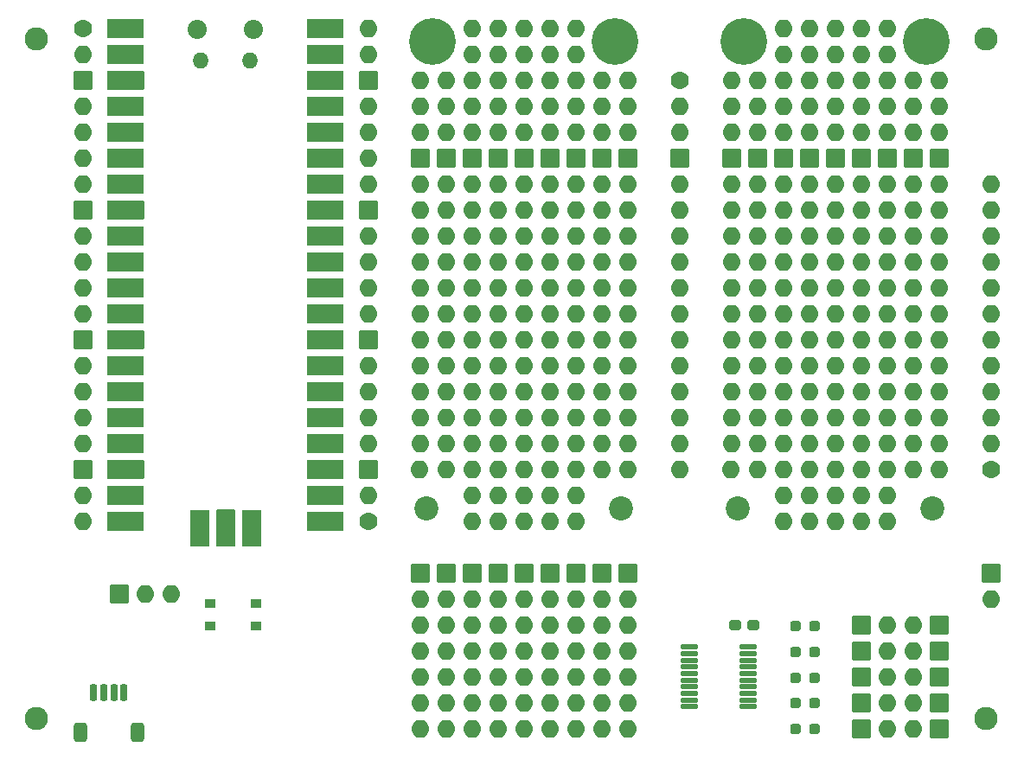
<source format=gts>
G04 #@! TF.GenerationSoftware,KiCad,Pcbnew,7.0.1*
G04 #@! TF.CreationDate,2023-09-08T10:55:18-05:00*
G04 #@! TF.ProjectId,ProtoPropDuo,50726f74-6f50-4726-9f70-44756f2e6b69,B*
G04 #@! TF.SameCoordinates,Original*
G04 #@! TF.FileFunction,Soldermask,Top*
G04 #@! TF.FilePolarity,Negative*
%FSLAX46Y46*%
G04 Gerber Fmt 4.6, Leading zero omitted, Abs format (unit mm)*
G04 Created by KiCad (PCBNEW 7.0.1) date 2023-09-08 10:55:18*
%MOMM*%
%LPD*%
G01*
G04 APERTURE LIST*
G04 Aperture macros list*
%AMRoundRect*
0 Rectangle with rounded corners*
0 $1 Rounding radius*
0 $2 $3 $4 $5 $6 $7 $8 $9 X,Y pos of 4 corners*
0 Add a 4 corners polygon primitive as box body*
4,1,4,$2,$3,$4,$5,$6,$7,$8,$9,$2,$3,0*
0 Add four circle primitives for the rounded corners*
1,1,$1+$1,$2,$3*
1,1,$1+$1,$4,$5*
1,1,$1+$1,$6,$7*
1,1,$1+$1,$8,$9*
0 Add four rect primitives between the rounded corners*
20,1,$1+$1,$2,$3,$4,$5,0*
20,1,$1+$1,$4,$5,$6,$7,0*
20,1,$1+$1,$6,$7,$8,$9,0*
20,1,$1+$1,$8,$9,$2,$3,0*%
G04 Aperture macros list end*
%ADD10O,1.776000X1.776000*%
%ADD11C,1.776000*%
%ADD12RoundRect,0.038000X-0.850000X-0.850000X0.850000X-0.850000X0.850000X0.850000X-0.850000X0.850000X0*%
%ADD13C,2.362000*%
%ADD14RoundRect,0.038000X-0.850000X0.850000X-0.850000X-0.850000X0.850000X-0.850000X0.850000X0.850000X0*%
%ADD15C,4.576000*%
%ADD16C,2.276000*%
%ADD17RoundRect,0.188000X-0.150000X-0.625000X0.150000X-0.625000X0.150000X0.625000X-0.150000X0.625000X0*%
%ADD18RoundRect,0.288000X-0.350000X-0.650000X0.350000X-0.650000X0.350000X0.650000X-0.350000X0.650000X0*%
%ADD19RoundRect,0.275500X-0.300000X-0.237500X0.300000X-0.237500X0.300000X0.237500X-0.300000X0.237500X0*%
%ADD20RoundRect,0.275500X-0.250000X-0.237500X0.250000X-0.237500X0.250000X0.237500X-0.250000X0.237500X0*%
%ADD21RoundRect,0.058500X-0.764500X-0.184500X0.764500X-0.184500X0.764500X0.184500X-0.764500X0.184500X0*%
%ADD22RoundRect,0.038000X0.850000X-0.850000X0.850000X0.850000X-0.850000X0.850000X-0.850000X-0.850000X0*%
%ADD23RoundRect,0.038000X0.850000X0.850000X-0.850000X0.850000X-0.850000X-0.850000X0.850000X-0.850000X0*%
%ADD24RoundRect,0.038000X-0.500000X-0.350000X0.500000X-0.350000X0.500000X0.350000X-0.500000X0.350000X0*%
%ADD25O,1.876000X1.876000*%
%ADD26O,1.576000X1.576000*%
%ADD27RoundRect,0.038000X-1.750000X-0.850000X1.750000X-0.850000X1.750000X0.850000X-1.750000X0.850000X0*%
%ADD28RoundRect,0.038000X0.850000X-1.750000X0.850000X1.750000X-0.850000X1.750000X-0.850000X-1.750000X0*%
G04 APERTURE END LIST*
D10*
X185420000Y-50800000D03*
X210820000Y-86360000D03*
X185420000Y-73660000D03*
X180340000Y-73660000D03*
D11*
X198120000Y-45720000D03*
D10*
X198120000Y-48260000D03*
X198120000Y-50800000D03*
D12*
X198120000Y-53340000D03*
D10*
X198120000Y-55880000D03*
X198120000Y-58420000D03*
X198120000Y-60960000D03*
X198120000Y-63500000D03*
X198120000Y-66040000D03*
X198120000Y-68580000D03*
X198120000Y-71120000D03*
X198120000Y-73660000D03*
X198120000Y-76200000D03*
X198120000Y-78740000D03*
X198120000Y-81280000D03*
X198120000Y-83820000D03*
X210820000Y-43180000D03*
X220980000Y-66040000D03*
X208280000Y-86360000D03*
X180340000Y-76200000D03*
X218440000Y-81280000D03*
X208280000Y-88900000D03*
X182880000Y-50800000D03*
X187960000Y-106680000D03*
D13*
X192422200Y-87642200D03*
X173372200Y-87642200D03*
D10*
X172720000Y-45720000D03*
X172720000Y-48260000D03*
X172720000Y-50800000D03*
D14*
X172720000Y-53340000D03*
D10*
X172720000Y-55880000D03*
X172720000Y-58420000D03*
X172720000Y-60960000D03*
X172720000Y-63500000D03*
X172720000Y-66040000D03*
X172720000Y-68580000D03*
X172720000Y-71120000D03*
X172720000Y-73660000D03*
X172720000Y-76200000D03*
X172720000Y-78740000D03*
X172720000Y-81280000D03*
X172694600Y-83820000D03*
X193040000Y-83820000D03*
X193040000Y-81280000D03*
X193040000Y-78740000D03*
X193040000Y-76200000D03*
X193040000Y-73660000D03*
X193040000Y-71120000D03*
X193040000Y-68580000D03*
X193040000Y-66040000D03*
X193040000Y-63500000D03*
X193040000Y-60960000D03*
X193040000Y-58420000D03*
X193040000Y-55880000D03*
D15*
X173972200Y-41892200D03*
X191772200Y-41892200D03*
D10*
X180340000Y-48260000D03*
X187960000Y-43180000D03*
X208280000Y-83820000D03*
X213360000Y-88900000D03*
X210820000Y-45720000D03*
X218440000Y-43180000D03*
X190500000Y-106680000D03*
X210820000Y-68580000D03*
X205740000Y-55880000D03*
X187960000Y-81280000D03*
X180340000Y-104140000D03*
X223520000Y-50800000D03*
X190500000Y-58420000D03*
X190500000Y-60960000D03*
X175260000Y-104140000D03*
X187960000Y-66040000D03*
X210820000Y-63500000D03*
X182880000Y-83820000D03*
X182880000Y-88900000D03*
X185420000Y-81280000D03*
X187960000Y-109220000D03*
X177800000Y-63500000D03*
X185420000Y-83820000D03*
X205740000Y-63500000D03*
X180340000Y-109220000D03*
X187960000Y-86360000D03*
X177800000Y-48260000D03*
D16*
X135128000Y-108204000D03*
D10*
X218440000Y-86360000D03*
X218440000Y-66040000D03*
X177800000Y-68580000D03*
X190500000Y-63500000D03*
X177800000Y-45720000D03*
D12*
X218440000Y-53340000D03*
D10*
X180340000Y-96520000D03*
X213360000Y-81280000D03*
X208280000Y-55880000D03*
X218440000Y-71120000D03*
X175260000Y-73660000D03*
X177800000Y-104140000D03*
X205740000Y-83820000D03*
X187960000Y-45720000D03*
X208280000Y-71120000D03*
X218440000Y-40640000D03*
X177800000Y-76200000D03*
X220980000Y-73660000D03*
X175260000Y-50800000D03*
X213360000Y-40640000D03*
X175260000Y-96520000D03*
X182880000Y-86360000D03*
X215900000Y-60960000D03*
X218440000Y-73660000D03*
X177800000Y-81280000D03*
X218440000Y-83820000D03*
X187960000Y-104140000D03*
X210820000Y-48260000D03*
X182880000Y-81280000D03*
X215900000Y-40640000D03*
D16*
X228092000Y-41656000D03*
D10*
X208280000Y-60960000D03*
X190500000Y-83820000D03*
X208280000Y-76200000D03*
X220980000Y-68580000D03*
X213360000Y-71120000D03*
X208280000Y-81280000D03*
X218440000Y-48260000D03*
X220980000Y-99060000D03*
X220980000Y-101600000D03*
X220980000Y-104140000D03*
X220980000Y-106680000D03*
X220980000Y-109220000D03*
X215900000Y-76200000D03*
X208280000Y-63500000D03*
X180340000Y-63500000D03*
D11*
X139700000Y-40640000D03*
D10*
X139700000Y-43180000D03*
D12*
X139700000Y-45720000D03*
D10*
X139700000Y-48260000D03*
X139700000Y-50800000D03*
X139700000Y-53340000D03*
X139700000Y-55880000D03*
D12*
X139700000Y-58420000D03*
D10*
X139700000Y-60960000D03*
X139700000Y-63500000D03*
X139700000Y-66040000D03*
X139700000Y-68580000D03*
D12*
X139700000Y-71120000D03*
D10*
X139700000Y-73660000D03*
X139700000Y-76200000D03*
X139700000Y-78740000D03*
X139700000Y-81280000D03*
D12*
X139700000Y-83820000D03*
D10*
X139700000Y-86360000D03*
X139700000Y-88900000D03*
X187960000Y-55880000D03*
X223520000Y-45720000D03*
X187960000Y-50800000D03*
X175260000Y-55880000D03*
D12*
X223520000Y-53340000D03*
D10*
X185420000Y-86360000D03*
X177800000Y-50800000D03*
X213360000Y-68580000D03*
X190500000Y-101600000D03*
X193040000Y-109220000D03*
X215900000Y-68580000D03*
X182880000Y-73660000D03*
X210820000Y-66040000D03*
X187960000Y-40640000D03*
X220980000Y-55880000D03*
X220980000Y-78740000D03*
X208280000Y-66040000D03*
X218440000Y-60960000D03*
D12*
X223520000Y-99060000D03*
X223520000Y-101600000D03*
X223520000Y-104140000D03*
X223520000Y-106680000D03*
X223520000Y-109220000D03*
D10*
X208280000Y-43180000D03*
X213360000Y-50800000D03*
X182880000Y-99060000D03*
D12*
X180340000Y-93980000D03*
D10*
X218440000Y-55880000D03*
X182880000Y-101600000D03*
X187960000Y-58420000D03*
X213360000Y-76200000D03*
X213360000Y-45720000D03*
X187960000Y-88900000D03*
X182880000Y-104140000D03*
D12*
X180340000Y-53340000D03*
D10*
X205740000Y-78740000D03*
X180340000Y-66040000D03*
X205740000Y-81280000D03*
X208280000Y-50800000D03*
X185420000Y-104140000D03*
X210820000Y-83820000D03*
X215900000Y-78740000D03*
X220980000Y-45720000D03*
D12*
X177800000Y-53340000D03*
D10*
X175260000Y-63500000D03*
X182880000Y-45720000D03*
D17*
X140740000Y-105696000D03*
X141740000Y-105696000D03*
X142740000Y-105696000D03*
X143740000Y-105696000D03*
D18*
X139440000Y-109571000D03*
X145040000Y-109571000D03*
D10*
X180340000Y-81280000D03*
X193040000Y-45720000D03*
X213360000Y-73660000D03*
D12*
X187960000Y-53340000D03*
D10*
X180340000Y-86360000D03*
X180340000Y-50800000D03*
X215900000Y-63500000D03*
X185420000Y-43180000D03*
D12*
X182880000Y-93980000D03*
D10*
X177800000Y-60960000D03*
D12*
X213360000Y-53340000D03*
D10*
X177800000Y-83820000D03*
D12*
X190500000Y-93980000D03*
D10*
X215900000Y-50800000D03*
D12*
X215900000Y-53340000D03*
D10*
X182880000Y-109220000D03*
X187960000Y-96520000D03*
X182880000Y-48260000D03*
X220980000Y-63500000D03*
X175260000Y-58420000D03*
X190500000Y-55880000D03*
X187960000Y-68580000D03*
X218440000Y-58420000D03*
X187960000Y-99060000D03*
X175260000Y-106680000D03*
D12*
X177800000Y-93980000D03*
D10*
X193040000Y-96520000D03*
X190500000Y-96520000D03*
X187960000Y-101600000D03*
X180340000Y-45720000D03*
X180340000Y-60960000D03*
X220980000Y-50800000D03*
X213360000Y-55880000D03*
X180340000Y-43180000D03*
X190500000Y-48260000D03*
D12*
X175300000Y-93980000D03*
D10*
X205740000Y-73660000D03*
X180340000Y-101600000D03*
D19*
X203607500Y-99060000D03*
X205332500Y-99060000D03*
D10*
X218440000Y-78740000D03*
X213360000Y-58420000D03*
X193040000Y-101600000D03*
X205740000Y-58420000D03*
X218440000Y-99060000D03*
X218440000Y-101600000D03*
X218440000Y-104140000D03*
X218440000Y-106680000D03*
X218440000Y-109220000D03*
X177800000Y-71120000D03*
X220980000Y-71120000D03*
X185420000Y-63500000D03*
X187960000Y-78740000D03*
D12*
X190500000Y-53340000D03*
D10*
X210820000Y-71120000D03*
X185420000Y-78740000D03*
X210820000Y-76200000D03*
X193040000Y-48260000D03*
X185420000Y-76200000D03*
D12*
X175260000Y-53340000D03*
D10*
X185420000Y-48260000D03*
D20*
X209503000Y-104200000D03*
X211328000Y-104200000D03*
D10*
X205740000Y-48260000D03*
X180340000Y-68580000D03*
X187960000Y-73660000D03*
X175260000Y-66040000D03*
X182880000Y-66040000D03*
D21*
X199060000Y-101215000D03*
X199060000Y-101865000D03*
X199060000Y-102515000D03*
X199060000Y-103165000D03*
X199060000Y-103815000D03*
X199060000Y-104465000D03*
X199060000Y-105115000D03*
X199060000Y-105765000D03*
X199060000Y-106415000D03*
X199060000Y-107065000D03*
X204800000Y-107065000D03*
X204800000Y-106415000D03*
X204800000Y-105765000D03*
X204800000Y-105115000D03*
X204800000Y-104465000D03*
X204800000Y-103815000D03*
X204800000Y-103165000D03*
X204800000Y-102515000D03*
X204800000Y-101865000D03*
X204800000Y-101215000D03*
D10*
X187960000Y-48260000D03*
X187960000Y-63500000D03*
X177800000Y-96520000D03*
X205740000Y-71120000D03*
X182880000Y-63500000D03*
X218440000Y-50800000D03*
X213360000Y-78740000D03*
X180340000Y-106680000D03*
X205740000Y-45720000D03*
X190500000Y-78740000D03*
X213360000Y-60960000D03*
X177800000Y-106680000D03*
X190500000Y-66040000D03*
X205740000Y-60960000D03*
X190500000Y-109220000D03*
X182880000Y-58420000D03*
D22*
X143256000Y-96012000D03*
D10*
X145796000Y-96012000D03*
X148336000Y-96012000D03*
X193040000Y-104140000D03*
X175260000Y-45720000D03*
X175260000Y-78740000D03*
X180340000Y-40640000D03*
X185420000Y-45720000D03*
X228600000Y-96520000D03*
D23*
X228600000Y-93980000D03*
D10*
X185420000Y-106680000D03*
X175260000Y-109220000D03*
D20*
X209503000Y-101690000D03*
X211328000Y-101690000D03*
D10*
X215900000Y-71120000D03*
X175260000Y-71120000D03*
X215900000Y-81280000D03*
X182880000Y-55880000D03*
X208280000Y-78740000D03*
X218440000Y-76200000D03*
X182880000Y-96520000D03*
X177800000Y-101600000D03*
X177800000Y-40640000D03*
D12*
X185420000Y-53340000D03*
D10*
X185420000Y-66040000D03*
X182880000Y-76200000D03*
X193040000Y-50800000D03*
D12*
X187960000Y-93980000D03*
D10*
X223520000Y-48260000D03*
X210820000Y-55880000D03*
X213360000Y-43180000D03*
D12*
X185420000Y-93980000D03*
D10*
X182880000Y-40640000D03*
X210820000Y-58420000D03*
X213360000Y-83820000D03*
X210820000Y-60960000D03*
X177800000Y-109220000D03*
X185420000Y-40640000D03*
X185420000Y-55880000D03*
X215900000Y-48260000D03*
D12*
X208280000Y-53340000D03*
D10*
X185420000Y-68580000D03*
D12*
X172720000Y-93980000D03*
D10*
X172720000Y-96520000D03*
X172720000Y-99060000D03*
X172720000Y-101600000D03*
X172720000Y-104140000D03*
X172720000Y-106680000D03*
X172720000Y-109220000D03*
X187960000Y-76200000D03*
X205740000Y-66040000D03*
X213360000Y-86360000D03*
X190500000Y-73660000D03*
X210820000Y-73660000D03*
X210820000Y-78740000D03*
X218440000Y-45720000D03*
X205740000Y-76200000D03*
X185420000Y-71120000D03*
D11*
X167640000Y-88900000D03*
D10*
X167640000Y-86360000D03*
D23*
X167640000Y-83820000D03*
D10*
X167640000Y-81280000D03*
X167640000Y-78740000D03*
X167640000Y-76200000D03*
X167640000Y-73660000D03*
D23*
X167640000Y-71120000D03*
D10*
X167640000Y-68580000D03*
X167640000Y-66040000D03*
X167640000Y-63500000D03*
X167640000Y-60960000D03*
D23*
X167640000Y-58420000D03*
D10*
X167640000Y-55880000D03*
X167640000Y-53340000D03*
X167640000Y-50800000D03*
X167640000Y-48260000D03*
D23*
X167640000Y-45720000D03*
D10*
X167640000Y-43180000D03*
X167640000Y-40640000D03*
X208280000Y-68580000D03*
X190500000Y-50800000D03*
X175260000Y-81280000D03*
X177800000Y-88900000D03*
X175260000Y-68580000D03*
X177800000Y-66040000D03*
D13*
X222902200Y-87642200D03*
X203852200Y-87642200D03*
D10*
X203200000Y-45720000D03*
X203200000Y-48260000D03*
X203200000Y-50800000D03*
D14*
X203200000Y-53340000D03*
D10*
X203200000Y-55880000D03*
X203200000Y-58420000D03*
X203200000Y-60960000D03*
X203200000Y-63500000D03*
X203200000Y-66040000D03*
X203200000Y-68580000D03*
X203200000Y-71120000D03*
X203200000Y-73660000D03*
X203200000Y-76200000D03*
X203200000Y-78740000D03*
X203200000Y-81280000D03*
X203174600Y-83820000D03*
X223520000Y-83820000D03*
X223520000Y-81280000D03*
X223520000Y-78740000D03*
X223520000Y-76200000D03*
X223520000Y-73660000D03*
X223520000Y-71120000D03*
X223520000Y-68580000D03*
X223520000Y-66040000D03*
X223520000Y-63500000D03*
X223520000Y-60960000D03*
X223520000Y-58420000D03*
X223520000Y-55880000D03*
D15*
X204452200Y-41892200D03*
X222252200Y-41892200D03*
D10*
X218440000Y-88900000D03*
D12*
X210820000Y-53340000D03*
D10*
X175260000Y-101600000D03*
X180340000Y-71120000D03*
D11*
X228600000Y-83820000D03*
D10*
X228600000Y-81280000D03*
X228600000Y-78740000D03*
X228600000Y-76200000D03*
X228600000Y-73660000D03*
X228600000Y-71120000D03*
X228600000Y-68580000D03*
X228600000Y-66040000D03*
X228600000Y-63500000D03*
X228600000Y-60960000D03*
X228600000Y-58420000D03*
X228600000Y-55880000D03*
X177800000Y-58420000D03*
X190500000Y-45720000D03*
X213360000Y-66040000D03*
X220980000Y-81280000D03*
D16*
X135128000Y-41656000D03*
D10*
X187960000Y-71120000D03*
X208280000Y-40640000D03*
X175260000Y-48260000D03*
D20*
X209503000Y-99180000D03*
X211328000Y-99180000D03*
D10*
X220980000Y-60960000D03*
X215900000Y-66040000D03*
X220980000Y-76200000D03*
X210820000Y-81280000D03*
X185420000Y-96520000D03*
X213360000Y-48260000D03*
X180340000Y-58420000D03*
X177800000Y-86360000D03*
X213360000Y-63500000D03*
X210820000Y-50800000D03*
X205740000Y-50800000D03*
X182880000Y-68580000D03*
X215900000Y-83820000D03*
X182880000Y-78740000D03*
X220980000Y-83820000D03*
X180340000Y-78740000D03*
X190500000Y-99060000D03*
X193040000Y-106680000D03*
X190500000Y-76200000D03*
X190500000Y-104140000D03*
X208280000Y-45720000D03*
D12*
X193040000Y-53340000D03*
D10*
X175260000Y-99060000D03*
X215900000Y-58420000D03*
D24*
X152182000Y-96969000D03*
X156682000Y-96969000D03*
X152182000Y-99119000D03*
X156682000Y-99119000D03*
D10*
X218440000Y-63500000D03*
X185420000Y-60960000D03*
D12*
X193040000Y-93980000D03*
D10*
X175260000Y-76200000D03*
X177800000Y-55880000D03*
X185420000Y-109220000D03*
X215900000Y-86360000D03*
X218440000Y-68580000D03*
X215900000Y-45720000D03*
X215900000Y-88900000D03*
D20*
X209503000Y-109220000D03*
X211328000Y-109220000D03*
D12*
X220980000Y-53340000D03*
D10*
X185420000Y-99060000D03*
X210820000Y-88900000D03*
X185420000Y-58420000D03*
X177800000Y-99060000D03*
X215900000Y-73660000D03*
D12*
X215900000Y-99060000D03*
X215900000Y-101600000D03*
X215900000Y-104140000D03*
X215900000Y-106680000D03*
X215900000Y-109220000D03*
D10*
X177800000Y-78740000D03*
X187960000Y-83820000D03*
X208280000Y-48260000D03*
D12*
X182880000Y-53340000D03*
D10*
X180340000Y-55880000D03*
X208280000Y-58420000D03*
X177800000Y-43180000D03*
X180340000Y-83820000D03*
X205740000Y-68580000D03*
X175260000Y-83820000D03*
X193040000Y-99060000D03*
X210820000Y-40640000D03*
X175260000Y-60960000D03*
D16*
X228092000Y-108204000D03*
D10*
X190500000Y-81280000D03*
X208280000Y-73660000D03*
X215900000Y-43180000D03*
X187960000Y-60960000D03*
X220980000Y-58420000D03*
D25*
X150945000Y-40770000D03*
D26*
X151245000Y-43800000D03*
X156095000Y-43800000D03*
D25*
X156395000Y-40770000D03*
D10*
X144780000Y-40640000D03*
D27*
X143880000Y-40640000D03*
D10*
X144780000Y-43180000D03*
D27*
X143880000Y-43180000D03*
D12*
X144780000Y-45720000D03*
D27*
X143880000Y-45720000D03*
D10*
X144780000Y-48260000D03*
D27*
X143880000Y-48260000D03*
D10*
X144780000Y-50800000D03*
D27*
X143880000Y-50800000D03*
D10*
X144780000Y-53340000D03*
D27*
X143880000Y-53340000D03*
D10*
X144780000Y-55880000D03*
D27*
X143880000Y-55880000D03*
D12*
X144780000Y-58420000D03*
D27*
X143880000Y-58420000D03*
D10*
X144780000Y-60960000D03*
D27*
X143880000Y-60960000D03*
D10*
X144780000Y-63500000D03*
D27*
X143880000Y-63500000D03*
D10*
X144780000Y-66040000D03*
D27*
X143880000Y-66040000D03*
D10*
X144780000Y-68580000D03*
D27*
X143880000Y-68580000D03*
D12*
X144780000Y-71120000D03*
D27*
X143880000Y-71120000D03*
D10*
X144780000Y-73660000D03*
D27*
X143880000Y-73660000D03*
D10*
X144780000Y-76200000D03*
D27*
X143880000Y-76200000D03*
D10*
X144780000Y-78740000D03*
D27*
X143880000Y-78740000D03*
D10*
X144780000Y-81280000D03*
D27*
X143880000Y-81280000D03*
D12*
X144780000Y-83820000D03*
D27*
X143880000Y-83820000D03*
D10*
X144780000Y-86360000D03*
D27*
X143880000Y-86360000D03*
D10*
X144780000Y-88900000D03*
D27*
X143880000Y-88900000D03*
D10*
X162560000Y-88900000D03*
D27*
X163460000Y-88900000D03*
D10*
X162560000Y-86360000D03*
D27*
X163460000Y-86360000D03*
D12*
X162560000Y-83820000D03*
D27*
X163460000Y-83820000D03*
D10*
X162560000Y-81280000D03*
D27*
X163460000Y-81280000D03*
D10*
X162560000Y-78740000D03*
D27*
X163460000Y-78740000D03*
D10*
X162560000Y-76200000D03*
D27*
X163460000Y-76200000D03*
D10*
X162560000Y-73660000D03*
D27*
X163460000Y-73660000D03*
D12*
X162560000Y-71120000D03*
D27*
X163460000Y-71120000D03*
D10*
X162560000Y-68580000D03*
D27*
X163460000Y-68580000D03*
D10*
X162560000Y-66040000D03*
D27*
X163460000Y-66040000D03*
D10*
X162560000Y-63500000D03*
D27*
X163460000Y-63500000D03*
D10*
X162560000Y-60960000D03*
D27*
X163460000Y-60960000D03*
D12*
X162560000Y-58420000D03*
D27*
X163460000Y-58420000D03*
D10*
X162560000Y-55880000D03*
D27*
X163460000Y-55880000D03*
D10*
X162560000Y-53340000D03*
D27*
X163460000Y-53340000D03*
D10*
X162560000Y-50800000D03*
D27*
X163460000Y-50800000D03*
D10*
X162560000Y-48260000D03*
D27*
X163460000Y-48260000D03*
D12*
X162560000Y-45720000D03*
D27*
X163460000Y-45720000D03*
D10*
X162560000Y-43180000D03*
D27*
X163460000Y-43180000D03*
D10*
X162560000Y-40640000D03*
D27*
X163460000Y-40640000D03*
D10*
X151130000Y-88670000D03*
D28*
X151130000Y-89570000D03*
D12*
X153670000Y-88670000D03*
D28*
X153670000Y-89570000D03*
D10*
X156210000Y-88670000D03*
D28*
X156210000Y-89570000D03*
D10*
X220980000Y-48260000D03*
X215900000Y-55880000D03*
X180340000Y-99060000D03*
X182880000Y-43180000D03*
X182880000Y-106680000D03*
X182880000Y-71120000D03*
X190500000Y-68580000D03*
X190500000Y-71120000D03*
X185420000Y-88900000D03*
X177800000Y-73660000D03*
D20*
X209503000Y-106710000D03*
X211328000Y-106710000D03*
D10*
X182880000Y-60960000D03*
X185420000Y-101600000D03*
X180340000Y-88900000D03*
D12*
X205740000Y-53340000D03*
M02*

</source>
